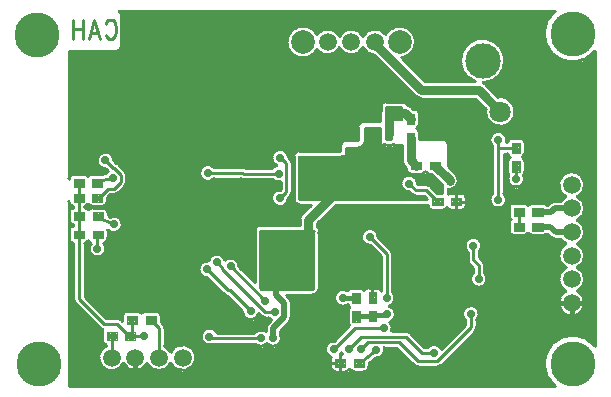
<source format=gbl>
*
*
G04 PADS 9.3.1 Build Number: 456998 generated Gerber (RS-274-X) file*
G04 PC Version=2.1*
*
%IN "air_ssi_rev2_1.pcb"*%
*
%MOIN*%
*
%FSLAX35Y35*%
*
*
*
*
G04 PC Standard Apertures*
*
*
G04 Thermal Relief Aperture macro.*
%AMTER*
1,1,$1,0,0*
1,0,$1-$2,0,0*
21,0,$3,$4,0,0,45*
21,0,$3,$4,0,0,135*
%
*
*
G04 Annular Aperture macro.*
%AMANN*
1,1,$1,0,0*
1,0,$2,0,0*
%
*
*
G04 Odd Aperture macro.*
%AMODD*
1,1,$1,0,0*
1,0,$1-0.005,0,0*
%
*
*
G04 PC Custom Aperture Macros*
*
*
*
*
*
*
G04 PC Aperture Table*
*
%ADD010C,0.001*%
%ADD013C,0.004*%
%ADD014C,0.006*%
%ADD015C,0.05906*%
%ADD016C,0.07874*%
%ADD017C,0.07087*%
%ADD018C,0.11811*%
%ADD019C,0.01*%
%ADD024C,0.016*%
%ADD025C,0.02*%
%ADD026C,0.03*%
%ADD028C,0.028*%
%ADD029C,0.015*%
%ADD030C,0.01181*%
%ADD031C,0.15*%
*
*
*
*
G04 PC Circuitry*
G04 Layer Name air_ssi_rev2_1.pcb - circuitry*
%LPD*%
*
*
G04 PC Custom Flashes*
G04 Layer Name air_ssi_rev2_1.pcb - flashes*
%LPD*%
*
*
G04 PC Circuitry*
G04 Layer Name air_ssi_rev2_1.pcb - circuitry*
%LPD*%
*
G54D10*
G54D13*
G01X220000Y127500D02*
X222600D01*
Y124100*
X220000*
Y127500*
Y124400D02*
X222600D01*
X220000Y124800D02*
X222600D01*
X220000Y125200D02*
X222600D01*
X220000Y125600D02*
X222600D01*
X220000Y126000D02*
X222600D01*
X220000Y126400D02*
X222600D01*
X220000Y126800D02*
X222600D01*
X220000Y127200D02*
X222600D01*
X220000Y124100D02*
Y127500D01*
X220400Y124100D02*
Y127500D01*
X220800Y124100D02*
Y127500D01*
X221200Y124100D02*
Y127500D01*
X221600Y124100D02*
Y127500D01*
X222000Y124100D02*
Y127500D01*
X222400Y124100D02*
Y127500D01*
X220000Y133700D02*
X222600D01*
Y130300*
X220000*
Y133700*
Y130400D02*
X222600D01*
X220000Y130800D02*
X222600D01*
X220000Y131200D02*
X222600D01*
X220000Y131600D02*
X222600D01*
X220000Y132000D02*
X222600D01*
X220000Y132400D02*
X222600D01*
X220000Y132800D02*
X222600D01*
X220000Y133200D02*
X222600D01*
X220000Y133600D02*
X222600D01*
X220000Y130300D02*
Y133700D01*
X220400Y130300D02*
Y133700D01*
X220800Y130300D02*
Y133700D01*
X221200Y130300D02*
Y133700D01*
X221600Y130300D02*
Y133700D01*
X222000Y130300D02*
Y133700D01*
X222400Y130300D02*
Y133700D01*
X138900Y117900D02*
Y120500D01*
X142300*
Y117900*
X138900*
Y118000D02*
X142300D01*
X138900Y118400D02*
X142300D01*
X138900Y118800D02*
X142300D01*
X138900Y119200D02*
X142300D01*
X138900Y119600D02*
X142300D01*
X138900Y120000D02*
X142300D01*
X138900Y120400D02*
X142300D01*
X139200Y117900D02*
Y120500D01*
X139600Y117900D02*
Y120500D01*
X140000Y117900D02*
Y120500D01*
X140400Y117900D02*
Y120500D01*
X140800Y117900D02*
Y120500D01*
X141200Y117900D02*
Y120500D01*
X141600Y117900D02*
Y120500D01*
X142000Y117900D02*
Y120500D01*
X132700Y117900D02*
Y120500D01*
X136100*
Y117900*
X132700*
Y118000D02*
X136100D01*
X132700Y118400D02*
X136100D01*
X132700Y118800D02*
X136100D01*
X132700Y119200D02*
X136100D01*
X132700Y119600D02*
X136100D01*
X132700Y120000D02*
X136100D01*
X132700Y120400D02*
X136100D01*
X132800Y117900D02*
Y120500D01*
X133200Y117900D02*
Y120500D01*
X133600Y117900D02*
Y120500D01*
X134000Y117900D02*
Y120500D01*
X134400Y117900D02*
Y120500D01*
X134800Y117900D02*
Y120500D01*
X135200Y117900D02*
Y120500D01*
X135600Y117900D02*
Y120500D01*
X136000Y117900D02*
Y120500D01*
X267900Y177400D02*
X270500D01*
Y174000*
X267900*
Y177400*
Y174000D02*
X270500D01*
X267900Y174400D02*
X270500D01*
X267900Y174800D02*
X270500D01*
X267900Y175200D02*
X270500D01*
X267900Y175600D02*
X270500D01*
X267900Y176000D02*
X270500D01*
X267900Y176400D02*
X270500D01*
X267900Y176800D02*
X270500D01*
X267900Y177200D02*
X270500D01*
X268000Y174000D02*
Y177400D01*
X268400Y174000D02*
Y177400D01*
X268800Y174000D02*
Y177400D01*
X269200Y174000D02*
Y177400D01*
X269600Y174000D02*
Y177400D01*
X270000Y174000D02*
Y177400D01*
X270400Y174000D02*
Y177400D01*
X267900Y183600D02*
X270500D01*
Y180200*
X267900*
Y183600*
Y180400D02*
X270500D01*
X267900Y180800D02*
X270500D01*
X267900Y181200D02*
X270500D01*
X267900Y181600D02*
X270500D01*
X267900Y182000D02*
X270500D01*
X267900Y182400D02*
X270500D01*
X267900Y182800D02*
X270500D01*
X267900Y183200D02*
X270500D01*
X267900Y183600D02*
X270500D01*
X268000Y180200D02*
Y183600D01*
X268400Y180200D02*
Y183600D01*
X268800Y180200D02*
Y183600D01*
X269200Y180200D02*
Y183600D01*
X269600Y180200D02*
Y183600D01*
X270000Y180200D02*
Y183600D01*
X270400Y180200D02*
Y183600D01*
X244700Y165300D02*
Y162700D01*
X241300*
Y165300*
X244700*
X241300Y162800D02*
X244700D01*
X241300Y163200D02*
X244700D01*
X241300Y163600D02*
X244700D01*
X241300Y164000D02*
X244700D01*
X241300Y164400D02*
X244700D01*
X241300Y164800D02*
X244700D01*
X241300Y165200D02*
X244700D01*
X241600Y162700D02*
Y165300D01*
X242000Y162700D02*
Y165300D01*
X242400Y162700D02*
Y165300D01*
X242800Y162700D02*
Y165300D01*
X243200Y162700D02*
Y165300D01*
X243600Y162700D02*
Y165300D01*
X244000Y162700D02*
Y165300D01*
X244400Y162700D02*
Y165300D01*
X250900D02*
Y162700D01*
X247500*
Y165300*
X250900*
X247500Y162800D02*
X250900D01*
X247500Y163200D02*
X250900D01*
X247500Y163600D02*
X250900D01*
X247500Y164000D02*
X250900D01*
X247500Y164400D02*
X250900D01*
X247500Y164800D02*
X250900D01*
X247500Y165200D02*
X250900D01*
X247600Y162700D02*
Y165300D01*
X248000Y162700D02*
Y165300D01*
X248400Y162700D02*
Y165300D01*
X248800Y162700D02*
Y165300D01*
X249200Y162700D02*
Y165300D01*
X249600Y162700D02*
Y165300D01*
X250000Y162700D02*
Y165300D01*
X250400Y162700D02*
Y165300D01*
X250800Y162700D02*
Y165300D01*
X240400Y174700D02*
Y177300D01*
X243800*
Y174700*
X240400*
Y174800D02*
X243800D01*
X240400Y175200D02*
X243800D01*
X240400Y175600D02*
X243800D01*
X240400Y176000D02*
X243800D01*
X240400Y176400D02*
X243800D01*
X240400Y176800D02*
X243800D01*
X240400Y177200D02*
X243800D01*
X240400Y174700D02*
Y177300D01*
X240800Y174700D02*
Y177300D01*
X241200Y174700D02*
Y177300D01*
X241600Y174700D02*
Y177300D01*
X242000Y174700D02*
Y177300D01*
X242400Y174700D02*
Y177300D01*
X242800Y174700D02*
Y177300D01*
X243200Y174700D02*
Y177300D01*
X243600Y174700D02*
Y177300D01*
X234200Y174700D02*
Y177300D01*
X237600*
Y174700*
X234200*
Y174800D02*
X237600D01*
X234200Y175200D02*
X237600D01*
X234200Y175600D02*
X237600D01*
X234200Y176000D02*
X237600D01*
X234200Y176400D02*
X237600D01*
X234200Y176800D02*
X237600D01*
X234200Y177200D02*
X237600D01*
X234400Y174700D02*
Y177300D01*
X234800Y174700D02*
Y177300D01*
X235200Y174700D02*
Y177300D01*
X235600Y174700D02*
Y177300D01*
X236000Y174700D02*
Y177300D01*
X236400Y174700D02*
Y177300D01*
X236800Y174700D02*
Y177300D01*
X237200Y174700D02*
Y177300D01*
X237600Y174700D02*
Y177300D01*
X232700Y187000D02*
X235300D01*
Y183600*
X232700*
Y187000*
Y183600D02*
X235300D01*
X232700Y184000D02*
X235300D01*
X232700Y184400D02*
X235300D01*
X232700Y184800D02*
X235300D01*
X232700Y185200D02*
X235300D01*
X232700Y185600D02*
X235300D01*
X232700Y186000D02*
X235300D01*
X232700Y186400D02*
X235300D01*
X232700Y186800D02*
X235300D01*
X232800Y183600D02*
Y187000D01*
X233200Y183600D02*
Y187000D01*
X233600Y183600D02*
Y187000D01*
X234000Y183600D02*
Y187000D01*
X234400Y183600D02*
Y187000D01*
X234800Y183600D02*
Y187000D01*
X235200Y183600D02*
Y187000D01*
X232700Y193200D02*
X235300D01*
Y189800*
X232700*
Y193200*
Y190000D02*
X235300D01*
X232700Y190400D02*
X235300D01*
X232700Y190800D02*
X235300D01*
X232700Y191200D02*
X235300D01*
X232700Y191600D02*
X235300D01*
X232700Y192000D02*
X235300D01*
X232700Y192400D02*
X235300D01*
X232700Y192800D02*
X235300D01*
X232700Y193200D02*
X235300D01*
X232800Y189800D02*
Y193200D01*
X233200Y189800D02*
Y193200D01*
X233600Y189800D02*
Y193200D01*
X234000Y189800D02*
Y193200D01*
X234400Y189800D02*
Y193200D01*
X234800Y189800D02*
Y193200D01*
X235200Y189800D02*
Y193200D01*
X274600Y159300D02*
Y161900D01*
X278000*
Y159300*
X274600*
Y159600D02*
X278000D01*
X274600Y160000D02*
X278000D01*
X274600Y160400D02*
X278000D01*
X274600Y160800D02*
X278000D01*
X274600Y161200D02*
X278000D01*
X274600Y161600D02*
X278000D01*
X274800Y159300D02*
Y161900D01*
X275200Y159300D02*
Y161900D01*
X275600Y159300D02*
Y161900D01*
X276000Y159300D02*
Y161900D01*
X276400Y159300D02*
Y161900D01*
X276800Y159300D02*
Y161900D01*
X277200Y159300D02*
Y161900D01*
X277600Y159300D02*
Y161900D01*
X278000Y159300D02*
Y161900D01*
X268400Y159300D02*
Y161900D01*
X271800*
Y159300*
X268400*
Y159600D02*
X271800D01*
X268400Y160000D02*
X271800D01*
X268400Y160400D02*
X271800D01*
X268400Y160800D02*
X271800D01*
X268400Y161200D02*
X271800D01*
X268400Y161600D02*
X271800D01*
X268400Y159300D02*
Y161900D01*
X268800Y159300D02*
Y161900D01*
X269200Y159300D02*
Y161900D01*
X269600Y159300D02*
Y161900D01*
X270000Y159300D02*
Y161900D01*
X270400Y159300D02*
Y161900D01*
X270800Y159300D02*
Y161900D01*
X271200Y159300D02*
Y161900D01*
X271600Y159300D02*
Y161900D01*
X271800Y156900D02*
Y154300D01*
X268400*
Y156900*
X271800*
X268400Y154400D02*
X271800D01*
X268400Y154800D02*
X271800D01*
X268400Y155200D02*
X271800D01*
X268400Y155600D02*
X271800D01*
X268400Y156000D02*
X271800D01*
X268400Y156400D02*
X271800D01*
X268400Y156800D02*
X271800D01*
X268400Y154300D02*
Y156900D01*
X268800Y154300D02*
Y156900D01*
X269200Y154300D02*
Y156900D01*
X269600Y154300D02*
Y156900D01*
X270000Y154300D02*
Y156900D01*
X270400Y154300D02*
Y156900D01*
X270800Y154300D02*
Y156900D01*
X271200Y154300D02*
Y156900D01*
X271600Y154300D02*
Y156900D01*
X278000D02*
Y154300D01*
X274600*
Y156900*
X278000*
X274600Y154400D02*
X278000D01*
X274600Y154800D02*
X278000D01*
X274600Y155200D02*
X278000D01*
X274600Y155600D02*
X278000D01*
X274600Y156000D02*
X278000D01*
X274600Y156400D02*
X278000D01*
X274600Y156800D02*
X278000D01*
X274800Y154300D02*
Y156900D01*
X275200Y154300D02*
Y156900D01*
X275600Y154300D02*
Y156900D01*
X276000Y154300D02*
Y156900D01*
X276400Y154300D02*
Y156900D01*
X276800Y154300D02*
Y156900D01*
X277200Y154300D02*
Y156900D01*
X277600Y154300D02*
Y156900D01*
X278000Y154300D02*
Y156900D01*
X217200Y130200D02*
X214600D01*
Y133600*
X217200*
Y130200*
X214600Y130400D02*
X217200D01*
X214600Y130800D02*
X217200D01*
X214600Y131200D02*
X217200D01*
X214600Y131600D02*
X217200D01*
X214600Y132000D02*
X217200D01*
X214600Y132400D02*
X217200D01*
X214600Y132800D02*
X217200D01*
X214600Y133200D02*
X217200D01*
X214600Y133600D02*
X217200D01*
X214800Y130200D02*
Y133600D01*
X215200Y130200D02*
Y133600D01*
X215600Y130200D02*
Y133600D01*
X216000Y130200D02*
Y133600D01*
X216400Y130200D02*
Y133600D01*
X216800Y130200D02*
Y133600D01*
X217200Y130200D02*
Y133600D01*
Y124000D02*
X214600D01*
Y127400*
X217200*
Y124000*
X214600D02*
X217200D01*
X214600Y124400D02*
X217200D01*
X214600Y124800D02*
X217200D01*
X214600Y125200D02*
X217200D01*
X214600Y125600D02*
X217200D01*
X214600Y126000D02*
X217200D01*
X214600Y126400D02*
X217200D01*
X214600Y126800D02*
X217200D01*
X214600Y127200D02*
X217200D01*
X214800Y124000D02*
Y127400D01*
X215200Y124000D02*
Y127400D01*
X215600Y124000D02*
Y127400D01*
X216000Y124000D02*
Y127400D01*
X216400Y124000D02*
Y127400D01*
X216800Y124000D02*
Y127400D01*
X217200Y124000D02*
Y127400D01*
X125200Y160400D02*
Y157800D01*
X121800*
Y160400*
X125200*
X121800Y158000D02*
X125200D01*
X121800Y158400D02*
X125200D01*
X121800Y158800D02*
X125200D01*
X121800Y159200D02*
X125200D01*
X121800Y159600D02*
X125200D01*
X121800Y160000D02*
X125200D01*
X121800Y160400D02*
X125200D01*
X122000Y157800D02*
Y160400D01*
X122400Y157800D02*
Y160400D01*
X122800Y157800D02*
Y160400D01*
X123200Y157800D02*
Y160400D01*
X123600Y157800D02*
Y160400D01*
X124000Y157800D02*
Y160400D01*
X124400Y157800D02*
Y160400D01*
X124800Y157800D02*
Y160400D01*
X125200Y157800D02*
Y160400D01*
X131400D02*
Y157800D01*
X128000*
Y160400*
X131400*
X128000Y158000D02*
X131400D01*
X128000Y158400D02*
X131400D01*
X128000Y158800D02*
X131400D01*
X128000Y159200D02*
X131400D01*
X128000Y159600D02*
X131400D01*
X128000Y160000D02*
X131400D01*
X128000Y160400D02*
X131400D01*
X128000Y157800D02*
Y160400D01*
X128400Y157800D02*
Y160400D01*
X128800Y157800D02*
Y160400D01*
X129200Y157800D02*
Y160400D01*
X129600Y157800D02*
Y160400D01*
X130000Y157800D02*
Y160400D01*
X130400Y157800D02*
Y160400D01*
X130800Y157800D02*
Y160400D01*
X131200Y157800D02*
Y160400D01*
X125200Y154300D02*
Y151700D01*
X121800*
Y154300*
X125200*
X121800Y152000D02*
X125200D01*
X121800Y152400D02*
X125200D01*
X121800Y152800D02*
X125200D01*
X121800Y153200D02*
X125200D01*
X121800Y153600D02*
X125200D01*
X121800Y154000D02*
X125200D01*
X122000Y151700D02*
Y154300D01*
X122400Y151700D02*
Y154300D01*
X122800Y151700D02*
Y154300D01*
X123200Y151700D02*
Y154300D01*
X123600Y151700D02*
Y154300D01*
X124000Y151700D02*
Y154300D01*
X124400Y151700D02*
Y154300D01*
X124800Y151700D02*
Y154300D01*
X125200Y151700D02*
Y154300D01*
X131400D02*
Y151700D01*
X128000*
Y154300*
X131400*
X128000Y152000D02*
X131400D01*
X128000Y152400D02*
X131400D01*
X128000Y152800D02*
X131400D01*
X128000Y153200D02*
X131400D01*
X128000Y153600D02*
X131400D01*
X128000Y154000D02*
X131400D01*
X128000Y151700D02*
Y154300D01*
X128400Y151700D02*
Y154300D01*
X128800Y151700D02*
Y154300D01*
X129200Y151700D02*
Y154300D01*
X129600Y151700D02*
Y154300D01*
X130000Y151700D02*
Y154300D01*
X130400Y151700D02*
Y154300D01*
X130800Y151700D02*
Y154300D01*
X131200Y151700D02*
Y154300D01*
X125100Y166600D02*
Y164000D01*
X121700*
Y166600*
X125100*
X121700Y164000D02*
X125100D01*
X121700Y164400D02*
X125100D01*
X121700Y164800D02*
X125100D01*
X121700Y165200D02*
X125100D01*
X121700Y165600D02*
X125100D01*
X121700Y166000D02*
X125100D01*
X121700Y166400D02*
X125100D01*
X122000Y164000D02*
Y166600D01*
X122400Y164000D02*
Y166600D01*
X122800Y164000D02*
Y166600D01*
X123200Y164000D02*
Y166600D01*
X123600Y164000D02*
Y166600D01*
X124000Y164000D02*
Y166600D01*
X124400Y164000D02*
Y166600D01*
X124800Y164000D02*
Y166600D01*
X131300D02*
Y164000D01*
X127900*
Y166600*
X131300*
X127900Y164000D02*
X131300D01*
X127900Y164400D02*
X131300D01*
X127900Y164800D02*
X131300D01*
X127900Y165200D02*
X131300D01*
X127900Y165600D02*
X131300D01*
X127900Y166000D02*
X131300D01*
X127900Y166400D02*
X131300D01*
X128000Y164000D02*
Y166600D01*
X128400Y164000D02*
Y166600D01*
X128800Y164000D02*
Y166600D01*
X129200Y164000D02*
Y166600D01*
X129600Y164000D02*
Y166600D01*
X130000Y164000D02*
Y166600D01*
X130400Y164000D02*
Y166600D01*
X130800Y164000D02*
Y166600D01*
X131200Y164000D02*
Y166600D01*
X125100Y171600D02*
Y169000D01*
X121700*
Y171600*
X125100*
X121700Y169200D02*
X125100D01*
X121700Y169600D02*
X125100D01*
X121700Y170000D02*
X125100D01*
X121700Y170400D02*
X125100D01*
X121700Y170800D02*
X125100D01*
X121700Y171200D02*
X125100D01*
X121700Y171600D02*
X125100D01*
X122000Y169000D02*
Y171600D01*
X122400Y169000D02*
Y171600D01*
X122800Y169000D02*
Y171600D01*
X123200Y169000D02*
Y171600D01*
X123600Y169000D02*
Y171600D01*
X124000Y169000D02*
Y171600D01*
X124400Y169000D02*
Y171600D01*
X124800Y169000D02*
Y171600D01*
X131300D02*
Y169000D01*
X127900*
Y171600*
X131300*
X127900Y169200D02*
X131300D01*
X127900Y169600D02*
X131300D01*
X127900Y170000D02*
X131300D01*
X127900Y170400D02*
X131300D01*
X127900Y170800D02*
X131300D01*
X127900Y171200D02*
X131300D01*
X127900Y171600D02*
X131300D01*
X128000Y169000D02*
Y171600D01*
X128400Y169000D02*
Y171600D01*
X128800Y169000D02*
Y171600D01*
X129200Y169000D02*
Y171600D01*
X129600Y169000D02*
Y171600D01*
X130000Y169000D02*
Y171600D01*
X130400Y169000D02*
Y171600D01*
X130800Y169000D02*
Y171600D01*
X131200Y169000D02*
Y171600D01*
X215100Y108900D02*
Y111500D01*
X218500*
Y108900*
X215100*
Y109200D02*
X218500D01*
X215100Y109600D02*
X218500D01*
X215100Y110000D02*
X218500D01*
X215100Y110400D02*
X218500D01*
X215100Y110800D02*
X218500D01*
X215100Y111200D02*
X218500D01*
X215200Y108900D02*
Y111500D01*
X215600Y108900D02*
Y111500D01*
X216000Y108900D02*
Y111500D01*
X216400Y108900D02*
Y111500D01*
X216800Y108900D02*
Y111500D01*
X217200Y108900D02*
Y111500D01*
X217600Y108900D02*
Y111500D01*
X218000Y108900D02*
Y111500D01*
X218400Y108900D02*
Y111500D01*
X208900Y108900D02*
Y111500D01*
X212300*
Y108900*
X208900*
Y109200D02*
X212300D01*
X208900Y109600D02*
X212300D01*
X208900Y110000D02*
X212300D01*
X208900Y110400D02*
X212300D01*
X208900Y110800D02*
X212300D01*
X208900Y111200D02*
X212300D01*
X209200Y108900D02*
Y111500D01*
X209600Y108900D02*
Y111500D01*
X210000Y108900D02*
Y111500D01*
X210400Y108900D02*
Y111500D01*
X210800Y108900D02*
Y111500D01*
X211200Y108900D02*
Y111500D01*
X211600Y108900D02*
Y111500D01*
X212000Y108900D02*
Y111500D01*
X142900Y125900D02*
Y123300D01*
X139500*
Y125900*
X142900*
X139500Y123600D02*
X142900D01*
X139500Y124000D02*
X142900D01*
X139500Y124400D02*
X142900D01*
X139500Y124800D02*
X142900D01*
X139500Y125200D02*
X142900D01*
X139500Y125600D02*
X142900D01*
X139600Y123300D02*
Y125900D01*
X140000Y123300D02*
Y125900D01*
X140400Y123300D02*
Y125900D01*
X140800Y123300D02*
Y125900D01*
X141200Y123300D02*
Y125900D01*
X141600Y123300D02*
Y125900D01*
X142000Y123300D02*
Y125900D01*
X142400Y123300D02*
Y125900D01*
X142800Y123300D02*
Y125900D01*
X149100D02*
Y123300D01*
X145700*
Y125900*
X149100*
X145700Y123600D02*
X149100D01*
X145700Y124000D02*
X149100D01*
X145700Y124400D02*
X149100D01*
X145700Y124800D02*
X149100D01*
X145700Y125200D02*
X149100D01*
X145700Y125600D02*
X149100D01*
X146000Y123300D02*
Y125900D01*
X146400Y123300D02*
Y125900D01*
X146800Y123300D02*
Y125900D01*
X147200Y123300D02*
Y125900D01*
X147600Y123300D02*
Y125900D01*
X148000Y123300D02*
Y125900D01*
X148400Y123300D02*
Y125900D01*
X148800Y123300D02*
Y125900D01*
G54D14*
X204800Y178200D02*
X209200D01*
Y172800*
X204800*
Y178200*
Y173200D02*
X209200D01*
X204800Y173800D02*
X209200D01*
X204800Y174400D02*
X209200D01*
X204800Y175000D02*
X209200D01*
X204800Y175600D02*
X209200D01*
X204800Y176200D02*
X209200D01*
X204800Y176800D02*
X209200D01*
X204800Y177400D02*
X209200D01*
X204800Y178000D02*
X209200D01*
X205000Y172800D02*
Y178200D01*
X205600Y172800D02*
Y178200D01*
X206200Y172800D02*
Y178200D01*
X206800Y172800D02*
Y178200D01*
X207400Y172800D02*
Y178200D01*
X208000Y172800D02*
Y178200D01*
X208600Y172800D02*
Y178200D01*
X209200Y172800D02*
Y178200D01*
X204800Y187200D02*
X209200D01*
Y181800*
X204800*
Y187200*
Y182200D02*
X209200D01*
X204800Y182800D02*
X209200D01*
X204800Y183400D02*
X209200D01*
X204800Y184000D02*
X209200D01*
X204800Y184600D02*
X209200D01*
X204800Y185200D02*
X209200D01*
X204800Y185800D02*
X209200D01*
X204800Y186400D02*
X209200D01*
X204800Y187000D02*
X209200D01*
X205000Y181800D02*
Y187200D01*
X205600Y181800D02*
Y187200D01*
X206200Y181800D02*
Y187200D01*
X206800Y181800D02*
Y187200D01*
X207400Y181800D02*
Y187200D01*
X208000Y181800D02*
Y187200D01*
X208600Y181800D02*
Y187200D01*
X209200Y181800D02*
Y187200D01*
X225800Y191200D02*
Y195600D01*
X231200*
Y191200*
X225800*
X231200*
X225800Y191800D02*
X231200D01*
X225800Y192400D02*
X231200D01*
X225800Y193000D02*
X231200D01*
X225800Y193600D02*
X231200D01*
X225800Y194200D02*
X231200D01*
X225800Y194800D02*
X231200D01*
X225800Y195400D02*
X231200D01*
X226000Y191200D02*
Y195600D01*
X226600Y191200D02*
Y195600D01*
X227200Y191200D02*
Y195600D01*
X227800Y191200D02*
Y195600D01*
X228400Y191200D02*
Y195600D01*
X229000Y191200D02*
Y195600D01*
X229600Y191200D02*
Y195600D01*
X230200Y191200D02*
Y195600D01*
X230800Y191200D02*
Y195600D01*
X216800Y191200D02*
Y195600D01*
X222200*
Y191200*
X216800*
X222200*
X216800Y191800D02*
X222200D01*
X216800Y192400D02*
X222200D01*
X216800Y193000D02*
X222200D01*
X216800Y193600D02*
X222200D01*
X216800Y194200D02*
X222200D01*
X216800Y194800D02*
X222200D01*
X216800Y195400D02*
X222200D01*
X217000Y191200D02*
Y195600D01*
X217600Y191200D02*
Y195600D01*
X218200Y191200D02*
Y195600D01*
X218800Y191200D02*
Y195600D01*
X219400Y191200D02*
Y195600D01*
X220000Y191200D02*
Y195600D01*
X220600Y191200D02*
Y195600D01*
X221200Y191200D02*
Y195600D01*
X221800Y191200D02*
Y195600D01*
G54D15*
X222100Y217200D03*
X214226D03*
X206352D03*
X158000Y112000D03*
X150126D03*
X142252D03*
X134378D03*
X287700Y169570D03*
Y161696D03*
Y153822D03*
Y145948D03*
Y138074D03*
Y130200D03*
G54D16*
X198084Y217200D03*
X230368D03*
G54D17*
X252094Y193992D03*
X263906D03*
G54D18*
X258000Y211000D03*
G54D19*
X221783Y178002D02*
X220028D01*
Y185900*
X221783*
Y178002*
X220500D02*
Y185900D01*
X221000Y178002D02*
Y185900D01*
X221500Y178002D02*
Y185900D01*
X224343Y171253D02*
X223848Y170758D01*
X217963*
X217469Y171253*
Y180091*
X217963Y180585*
X223848*
X224343Y180091*
Y171253*
X217500Y171221D02*
Y180122D01*
X218000Y170758D02*
Y180585D01*
X218500Y170758D02*
Y180585D01*
X219000Y170758D02*
Y180585D01*
X219500Y170758D02*
Y180585D01*
X220000Y170758D02*
Y180585D01*
X220500Y170758D02*
Y180585D01*
X221000Y170758D02*
Y180585D01*
X221500Y170758D02*
Y180585D01*
X222000Y170758D02*
Y180585D01*
X222500Y170758D02*
Y180585D01*
X223000Y170758D02*
Y180585D01*
X223500Y170758D02*
Y180585D01*
X224000Y170910D02*
Y180433D01*
X132391Y223100D02*
X132618Y223725D01*
X133073Y224350*
X133527Y224663*
X133527D02*
X134436D01*
X134436D02*
X134891Y224350D01*
X135345Y223725*
X135573Y223100*
X135800Y222163*
X135800D02*
Y220600D01*
X135573Y219663*
X135573D02*
X135345Y219038D01*
X135345D02*
X134891Y218413D01*
X134891D02*
X134436Y218100D01*
X133527*
X133073Y218413*
X133073D02*
X132618Y219038D01*
X132618D02*
X132391Y219663D01*
X128527Y224663D02*
X130345Y218100D01*
X128527Y224663D02*
X126709Y218100D01*
X129664Y220288D02*
X127391D01*
X124664Y224663D02*
Y218100D01*
X121482Y224663D02*
Y218100D01*
X124664Y221538D02*
X121482D01*
X134378Y112000D02*
Y119200D01*
X134400*
X150126Y112000D02*
Y121874D01*
X147400Y124600*
X184000Y118400D02*
X184100Y118500D01*
X183600Y119000*
X184000Y118400D02*
X167500D01*
X166900Y119000*
X208400Y114800D02*
X215400Y121800D01*
X225100*
X217400Y114800D02*
X219800Y117200D01*
X230100*
X213400Y114900D02*
X217400Y118900D01*
X232402*
X216800Y110200D02*
X216935D01*
X222500Y114600*
X241900Y113500D02*
X237802D01*
X232402Y118900*
X242977Y110900D02*
X254100Y122023D01*
Y126600*
X242977Y110900D02*
X236400D01*
X230100Y117200*
X141200Y119200D02*
Y124600D01*
X140600Y119200D02*
X140200D01*
X136100Y123300*
X131723*
X123500Y131523*
Y153000*
X140600Y119200D02*
X141200D01*
X145100Y119100D02*
Y119200D01*
X141200*
X180700Y127400D02*
X173700Y134400D01*
X173200*
X166200Y141400*
X188700Y127200D02*
X185523D01*
X171284Y141439*
Y141816*
X169400Y143700*
X185500Y130900D02*
X174000Y142400D01*
X226000Y131800D02*
Y146600D01*
X220400Y152200*
X256700Y138200D02*
Y142800D01*
X254900Y144600*
Y149300*
X129600Y148300D02*
Y153000D01*
X129700*
X123500D02*
Y159100D01*
X135100Y156400D02*
X131100Y158100D01*
X129700*
Y159100*
X270100Y155600D02*
Y160600D01*
X129600Y165300D02*
X130000D01*
X133000Y168300*
X135077*
X137400Y170623*
Y172777*
X123400Y165300D02*
Y170300D01*
X123500Y159100D02*
Y165300D01*
X123400*
X190400Y165100D02*
X192600Y167300D01*
Y176700*
X221200Y166000D02*
Y175000D01*
X220700Y175500*
X207000*
X243000Y164000D02*
X239200Y167800D01*
X235700*
X233500Y170000*
X263200Y164600D02*
Y181900D01*
X276300Y160496D02*
Y160600D01*
X129600Y170300D02*
Y171300D01*
X131000*
X134800Y171700*
X137400Y172777D02*
X135061Y175116D01*
X134884*
X132300Y177700*
X190500Y178600D02*
X190600Y178700D01*
X190000Y173300D02*
X178300D01*
X178100Y173500*
X166400*
X192600Y176700D02*
X190600Y178700D01*
X269200Y171600D02*
Y175700D01*
Y181900D02*
X263200D01*
Y184600*
X201500Y154093D02*
X201707Y154300D01*
X183900*
Y135187*
X184287Y134800*
X201500*
Y154093*
X223600Y190800D02*
Y195500D01*
X197500*
Y181000*
X210400*
Y183900*
X211114*
X212500Y184500D02*
G75*
G03X211114Y183900I0J-1900D01*
G01X212500Y184500D02*
X216400D01*
Y188900*
X216900Y190185D02*
G03X216400Y188900I1400J-1285D01*
G01X216900Y190185D02*
Y190300D01*
X217015*
X218300Y190800D02*
G03X217015Y190300I0J-1900D01*
G01X218300Y190800D02*
X223600D01*
X244600Y166900D02*
Y169372D01*
X244549Y169449D02*
G03X244600Y169372I2451J1551D01*
G01X244549Y169449D02*
X240899Y173100D01*
X240400*
X239000Y173925D02*
G03X240400Y173100I1400J775D01*
G01X237600D02*
G03X239000Y173925I0J1600D01*
G01X237600Y173100D02*
X234200D01*
X232600Y174700D02*
G03X234200Y173100I1600J0D01*
G01X232600Y174700D02*
Y175199D01*
X231949Y175849*
X231100Y177900D02*
G03X231949Y175849I2900J0D01*
G01X231100Y177900D02*
Y183000D01*
X228393*
X227598Y182835D02*
G03X228393Y183000I0J1990D01*
G01X227598Y182835D02*
X226024D01*
X225229Y183000D02*
G03X226024Y182835I795J1825D01*
G01X225229Y183000D02*
X223900D01*
Y188424*
X223600Y188400D02*
G03X223900Y188424I0J1900D01*
G01X223600Y188400D02*
X218800D01*
Y183900*
X218300Y182615D02*
G03X218800Y183900I-1400J1285D01*
G01X218300Y182615D02*
Y182600D01*
X218286*
X216900Y182000D02*
G03X218286Y182600I0J1900D01*
G01X216900Y182000D02*
X212500D01*
Y179100*
X211566*
X210400Y178700D02*
G03X211566Y179100I0J1900D01*
G01X210400Y178700D02*
X197500D01*
X196900Y178797D02*
G03X197500Y178700I600J1803D01*
G01X196900Y178797D02*
Y164900D01*
X239413*
X238413Y165900*
X235700*
X234356Y166456D02*
G03X235700Y165900I1344J1344D01*
G01X234356Y166456D02*
X233611Y167202D01*
X236298Y169889D02*
G03X233611Y167202I-2798J111D01*
G01X236298Y169889D02*
X236487Y169700D01*
X239200*
X240544Y169144D02*
G03X239200Y169700I-1344J-1344D01*
G01X240544Y169144D02*
X242787Y166900D01*
X244600*
X295500Y115831D02*
Y214169D01*
X282169Y227500D02*
G03X295500Y214169I5831J-7500D01*
G01X282169Y227500D02*
X136807D01*
X137500Y226412D02*
G03X136807Y227500I-1200J0D01*
G01X137500Y226412D02*
Y215412D01*
X136300Y214212D02*
G03X137500Y215412I0J1200D01*
G01X136300Y214212D02*
X120100D01*
Y171608*
X121700Y173200D02*
G03X120100Y171608I0J-1600D01*
G01X121700Y173200D02*
X125100D01*
X126500Y172375D02*
G03X125100Y173200I-1400J-775D01*
G01X127900D02*
G03X126500Y172375I0J-1600D01*
G01X127900Y173200D02*
X130900D01*
X132556Y173374*
X133269Y174044D02*
G03X132556Y173374I1531J-2344D01*
G01X133269Y174044D02*
X132411Y174902D01*
X135098Y177589D02*
G03X132411Y174902I-2798J111D01*
G01X135098Y177589D02*
X135836Y176851D01*
X136404Y176460D02*
G03X135836Y176851I-1343J-1344D01*
G01X136404Y176460D02*
X138744Y174120D01*
X139300Y172777D02*
G03X138744Y174120I-1900J-0D01*
G01X139300Y172777D02*
Y170623D01*
X138744Y169280D02*
G03X139300Y170623I-1344J1343D01*
G01X138744Y169280D02*
X136420Y166956D01*
X135077Y166400D02*
G03X136420Y166956I-0J1900D01*
G01X135077Y166400D02*
X133787D01*
X132900Y165513*
Y164000*
X131300Y162400D02*
G03X132900Y164000I0J1600D01*
G01X131300Y162400D02*
X127900D01*
X126500Y163225D02*
G03X127900Y162400I1400J775D01*
G01X125400Y162428D02*
G03X126500Y163225I-300J1572D01*
G01X125400Y162428D02*
Y161987D01*
X126600Y161175D02*
G03X125400Y161987I-1400J-775D01*
G01X128000Y162000D02*
G03X126600Y161175I0J-1600D01*
G01X128000Y162000D02*
X131400D01*
X133000Y160400D02*
G03X131400Y162000I-1600J0D01*
G01X133000Y160400D02*
Y159357D01*
X133950Y158953*
X132976Y154575D02*
G03X133950Y158953I2124J1825D01*
G01X133000Y154300D02*
G03X132976Y154575I-1600J0D01*
G01X133000Y154300D02*
Y151700D01*
X131718Y150132D02*
G03X133000Y151700I-318J1568D01*
G01X127519Y150174D02*
G03X131718Y150132I2081J-1874D01*
G01X126600Y150925D02*
G03X127519Y150174I1400J775D01*
G01X125400Y150113D02*
G03X126600Y150925I-200J1587D01*
G01X125400Y150113D02*
Y132310D01*
X132510Y125200*
X136100*
X137444Y124644D02*
G03X136100Y125200I-1344J-1344D01*
G01X137444Y124644D02*
X137900Y124187D01*
Y125900*
X139500Y127500D02*
G03X137900Y125900I0J-1600D01*
G01X139500Y127500D02*
X142900D01*
X144300Y126675D02*
G03X142900Y127500I-1400J-775D01*
G01X145700D02*
G03X144300Y126675I0J-1600D01*
G01X145700Y127500D02*
X149100D01*
X150700Y125900D02*
G03X149100Y127500I-1600J0D01*
G01X150700Y125900D02*
Y123987D01*
X151470Y123218*
X152026Y121874D02*
G03X151469Y123218I-1900J0D01*
G01X152026Y121874D02*
Y115916D01*
X154063Y113857D02*
G03X152026Y115916I-3937J-1857D01*
G01X154063Y110143D02*
G03Y113857I3937J1857D01*
G01X146189Y110143D02*
G03X154063I3937J1857D01*
G01X138315D02*
G03X146189I3937J1857D01*
G01X132478Y115916D02*
G03X138315Y110143I1900J-3916D01*
G01X132478Y115916D02*
Y116315D01*
X131100Y117900D02*
G03X132478Y116315I1600J0D01*
G01X131100Y117900D02*
Y120500D01*
X131397Y121428D02*
G03X131100Y120500I1303J-928D01*
G01X130380Y121956D02*
G03X131397Y121428I1343J1344D01*
G01X130380Y121956D02*
X122156Y130180D01*
X121600Y131523D02*
G03X122156Y130180I1900J0D01*
G01X121600Y131523D02*
Y150113D01*
X120200Y151700D02*
G03X121600Y150113I1600J0D01*
G01X120200Y151700D02*
Y154300D01*
X121600Y155887D02*
G03X120200Y154300I200J-1587D01*
G01X121600Y155887D02*
Y156213D01*
X120200Y157800D02*
G03X121600Y156213I1600J0D01*
G01X120200Y157800D02*
Y160400D01*
X121600Y161987D02*
G03X120200Y160400I200J-1587D01*
G01X121600Y161987D02*
Y162403D01*
X120100Y163992D02*
G03X121600Y162403I1600J8D01*
G01X120100Y163992D02*
Y102500D01*
X282169*
X295500Y115831D02*
G03X282169Y102500I-7500J-5831D01*
G01X210625Y113100D02*
X211255D01*
X210925Y113590D02*
G03X211255Y113100I2475J1310D01*
G01X210625D02*
G03X210925Y113590I-2225J1700D01*
G01X289557Y165633D02*
G03X285843I-1857J3937D01*
G01X289557Y157759D02*
G03Y165633I-1857J3937D01*
G01Y149885D02*
G03Y157759I-1857J3937D01*
G01Y142011D02*
G03Y149885I-1857J3937D01*
G01Y134137D02*
G03Y142011I-1857J3937D01*
G01X285843Y134137D02*
G03X289557I1857J-3937D01*
G01X285843Y142011D02*
G03Y134137I1857J-3937D01*
G01Y149885D02*
G03Y142011I1857J-3937D01*
G01X284069Y151422D02*
G03X285843Y149885I3631J2400D01*
G01X284069Y151422D02*
X282363D01*
X280666Y152125D02*
G03X282363Y151422I1697J1697D01*
G01X280666Y152125D02*
X279591Y153200D01*
X279162*
X278000Y152700D02*
G03X279162Y153200I0J1600D01*
G01X278000Y152700D02*
X276700D01*
X276300*
X274600*
X273200Y153525D02*
G03X274600Y152700I1400J775D01*
G01X271800D02*
G03X273200Y153525I0J1600D01*
G01X271800Y152700D02*
X268400D01*
X266800Y154300D02*
G03X268400Y152700I1600J0D01*
G01X266800Y154300D02*
Y156900D01*
X267342Y158100D02*
G03X266800Y156900I1058J-1200D01*
G01Y159300D02*
G03X267342Y158100I1600J0D01*
G01X266800Y159300D02*
Y161900D01*
X268400Y163500D02*
G03X266800Y161900I0J-1600D01*
G01X268400Y163500D02*
X271800D01*
X273200Y162675D02*
G03X271800Y163500I-1400J-775D01*
G01X274600D02*
G03X273200Y162675I0J-1600D01*
G01X274600Y163500D02*
X278000D01*
X279162Y163000D02*
G03X278000Y163500I-1162J-1100D01*
G01X279162Y163000D02*
X279906D01*
X280299Y163393*
X281996Y164096D02*
G03X280299Y163393I0J-2400D01*
G01X281996Y164096D02*
X284069D01*
X285843Y165633D02*
G03X284069Y164096I1857J-3937D01*
G01X272100Y183600D02*
Y180200D01*
X271275Y178800D02*
G03X272100Y180200I-775J1400D01*
G01Y177400D02*
G03X271275Y178800I-1600J0D01*
G01X272100Y177400D02*
Y174000D01*
X271673Y172912D02*
G03X272100Y174000I-1173J1088D01*
G01X266727Y172912D02*
G03X271673I2473J-1312D01*
G01X266300Y174000D02*
G03X266727Y172912I1600J0D01*
G01X266300Y174000D02*
Y177400D01*
X267125Y178800D02*
G03X266300Y177400I775J-1400D01*
G01X266313Y180000D02*
G03X267125Y178800I1587J200D01*
G01X266313Y180000D02*
X265100D01*
Y166657*
X261300D02*
G03X265100I1900J-2057D01*
G01X261300D02*
Y181900D01*
Y182543*
X265883Y183800D02*
G03X261300Y182543I-2683J800D01*
G01X265883Y183800D02*
X266313D01*
X267900Y185200D02*
G03X266313Y183800I0J-1600D01*
G01X267900Y185200D02*
X270500D01*
X272100Y183600D02*
G03X270500Y185200I-1600J0D01*
G01X256000Y124543D02*
G03X252200I-1900J2057D01*
G01X256000D02*
Y122023D01*
X255444Y120680D02*
G03X256000Y122023I-1344J1343D01*
G01X255444Y120680D02*
X244320Y109556D01*
X242977Y109000D02*
G03X244320Y109556I-0J1900D01*
G01X242977Y109000D02*
X236400D01*
X235056Y109556D02*
G03X236400Y109000I1344J1344D01*
G01X235056Y109556D02*
X229313Y115300D01*
X225211*
X222065Y111834D02*
G03X225211Y115300I435J2766D01*
G01X222065Y111834D02*
X220100Y110280D01*
Y108900*
X218500Y107300D02*
G03X220100Y108900I0J1600D01*
G01X218500Y107300D02*
X215100D01*
X213700Y108125D02*
G03X215100Y107300I1400J775D01*
G01X212300D02*
G03X213700Y108125I0J1600D01*
G01X212300Y107300D02*
X208900D01*
X207300Y108900D02*
G03X208900Y107300I1600J0D01*
G01X207300Y108900D02*
Y111500D01*
X207446Y112168D02*
G03X207300Y111500I1454J-668D01*
G01X208511Y117598D02*
G03X207446Y112168I-111J-2798D01*
G01X208511Y117598D02*
X213636Y122723D01*
X213000Y124000D02*
G03X213636Y122723I1600J0D01*
G01X213000Y124000D02*
Y127400D01*
X213825Y128800D02*
G03X213000Y127400I775J-1400D01*
G01X213091Y129668D02*
G03X213825Y128800I1509J532D01*
G01X213091Y134132D02*
G03Y129668I-1691J-2232D01*
G01X214600Y135200D02*
G03X213091Y134132I0J-1600D01*
G01X214600Y135200D02*
X217200D01*
X218572Y134423D02*
G03X217200Y135200I-1372J-823D01*
G01X220000Y135300D02*
G03X218572Y134423I0J-1600D01*
G01X220000Y135300D02*
X222600D01*
X224100Y134257D02*
G03X222600Y135300I-1500J-557D01*
G01X224100Y134257D02*
Y145813D01*
X220511Y149402*
X223198Y152089D02*
G03X220511Y149402I-2798J111D01*
G01X223198Y152089D02*
X227344Y147944D01*
X227900Y146600D02*
G03X227344Y147944I-1900J0D01*
G01X227900Y146600D02*
Y133857D01*
X226834Y129127D02*
G03X227900Y133857I-834J2673D01*
G01X227108Y123751D02*
G03X226834Y129127I-908J2649D01*
G01X227715Y120800D02*
G03X227108Y123751I-2615J1000D01*
G01X227715Y120800D02*
X232402D01*
X233746Y120244D02*
G03X232402Y120800I-1344J-1344D01*
G01X233746Y120244D02*
X238589Y115400D01*
X239843*
X244312Y114922D02*
G03X239843Y115400I-2412J-1422D01*
G01X244312Y114922D02*
X252200Y122810D01*
Y124543*
X254800Y140257D02*
G03X258600I1900J-2057D01*
G01X254800D02*
Y142013D01*
X253556Y143256*
X253000Y144600D02*
G03X253556Y143256I1900J0D01*
G01X253000Y144600D02*
Y147243D01*
X256800D02*
G03X253000I-1900J2057D01*
G01X256800D02*
Y145387D01*
X258044Y144144*
X258600Y142800D02*
G03X258044Y144144I-1900J0D01*
G01X258600Y142800D02*
Y140257D01*
X259024Y194772D02*
G03X263125Y198874I4882J-780D01*
G01X259024Y194772D02*
X255496Y198300D01*
X237646*
X235595Y199149D02*
G03X237646Y198300I2051J2051D01*
G01X235595Y199149D02*
X221892Y212852D01*
X218163Y215343D02*
G03X221892Y212852I3937J1857D01*
G01X210289Y215343D02*
G03X218163I3937J1857D01*
G01X202795Y214691D02*
G03X210289Y215343I3557J2509D01*
G01X202795Y219709D02*
G03Y214691I-4711J-2509D01*
G01X210289Y219057D02*
G03X202795Y219709I-3937J-1857D01*
G01X218163Y219057D02*
G03X210289I-3937J-1857D01*
G01X225657Y219709D02*
G03X218163Y219057I-3557J-2509D01*
G01X231041Y211906D02*
G03X225657Y219709I-673J5294D01*
G01X231041Y211906D02*
X238847Y204100D01*
X255452*
X258251Y203649D02*
G03X255452Y204100I-251J7351D01*
G01X258748Y203251D02*
G03X258251Y203649I-2050J-2051D01*
G01X258748Y203251D02*
X263125Y198874D01*
X252500Y165300D02*
Y162700D01*
X250900Y161100D02*
G03X252500Y162700I0J1600D01*
G01X250900Y161100D02*
X247500D01*
X246100Y161925D02*
G03X247500Y161100I1400J775D01*
G01X244700D02*
G03X246100Y161925I0J1600D01*
G01X244700Y161100D02*
X241300D01*
X239700Y162700D02*
G03X241300Y161100I1600J0D01*
G01X239700Y162700D02*
Y163000D01*
X209001*
X202800Y156799*
Y155854*
X203400Y153437D02*
G03X202800Y155854I-1693J863D01*
G01X203400Y153437D02*
Y134800D01*
X201500Y132900D02*
G03X203400Y134800I0J1900D01*
G01X201500Y132900D02*
X192594D01*
X193497Y131997*
X194200Y130300D02*
G03X193497Y131997I-2400J0D01*
G01X194200Y130300D02*
Y125500D01*
X193497Y123803D02*
G03X194200Y125500I-1697J1697D01*
G01X193497Y123803D02*
X190600Y120906D01*
Y119942*
X186150Y116593D02*
G03X190600Y119942I2050J1907D01*
G01X182140Y116500D02*
G03X186150Y116593I1960J2000D01*
G01X182140Y116500D02*
X168161D01*
X169380Y120300D02*
G03X168161Y116500I-2480J-1300D01*
G01X169380Y120300D02*
X181955D01*
X185800Y120725D02*
G03X181955Y120300I-1700J-2225D01*
G01X185800Y120725D02*
Y121900D01*
X186503Y123597D02*
G03X185800Y121900I1697J-1697D01*
G01X186503Y123597D02*
X187552Y124646D01*
X186643Y125300D02*
G03X187552Y124646I2057J1900D01*
G01X186643Y125300D02*
X185523D01*
X184180Y125856D02*
G03X185523Y125300I1343J1344D01*
G01X184180Y125856D02*
X183395Y126641D01*
X177902Y127511D02*
G03X183395Y126641I2798J-111D01*
G01X177902Y127511D02*
X172887Y132526D01*
X171856Y133056D02*
G03X172887Y132526I1344J1344D01*
G01X171856Y133056D02*
X166311Y138602D01*
X166639Y144165D02*
G03X166311Y138602I-439J-2765D01*
G01X172097Y144454D02*
G03X166639Y144165I-2697J-754D01*
G01X176798Y142289D02*
G03X172097Y144454I-2798J111D01*
G01X176798Y142289D02*
X182000Y137087D01*
Y154300*
X183900Y156200D02*
G03X182000Y154300I0J-1900D01*
G01X183900Y156200D02*
X197000D01*
Y158000*
X197849Y160051D02*
G03X197000Y158000I2051J-2051D01*
G01X197849Y160051D02*
X200799Y163000D01*
X196900*
X195000Y164900D02*
G03X196900Y163000I1900J0D01*
G01X195000Y164900D02*
Y179100D01*
X196900Y181000D02*
G03X195000Y179100I0J-1900D01*
G01X196900Y181000D02*
X210600D01*
Y182600*
X212500Y184500D02*
G03X210600Y182600I0J-1900D01*
G01X212500Y184500D02*
X216400D01*
Y188900*
X218300Y190800D02*
G03X216400Y188900I0J-1900D01*
G01X218300Y190800D02*
X223900D01*
X223911D02*
G03X223900I-11J-1900D01*
G01X223911D02*
Y193111D01*
X224100Y194141D02*
G03X223911Y193111I2711J-1030D01*
G01X224100Y194141D02*
Y195600D01*
X225800Y197300D02*
G03X224100Y195600I0J-1700D01*
G01X225800Y197300D02*
X231200D01*
X232784Y196218D02*
G03X231200Y197300I-1584J-618D01*
G01X234151Y195451D02*
G03X232784Y196218I-2051J-2051D01*
G01X234151Y195451D02*
X234801Y194800D01*
X235300*
X236900Y193200D02*
G03X235300Y194800I-1600J0D01*
G01X236900Y193200D02*
Y189800D01*
X236075Y188400D02*
G03X236900Y189800I-775J1400D01*
G01Y187000D02*
G03X236075Y188400I-1600J0D01*
G01X236900Y187000D02*
Y185300D01*
Y184900*
X244600*
X246500Y183000D02*
G03X244600Y184900I-1900J0D01*
G01X246500Y183000D02*
Y175701D01*
X249051Y173151*
X249900Y171100D02*
G03X249051Y173151I-2900J0D01*
G01X249900Y171100D02*
Y171000D01*
X246500Y168143D02*
G03X249900Y171000I500J2857D01*
G01X246500Y168143D02*
Y166549D01*
X247500Y166900D02*
G03X246500Y166549I0J-1600D01*
G01X247500Y166900D02*
X250900D01*
X252500Y165300D02*
G03X250900Y166900I-1600J0D01*
G01X194500Y176700D02*
Y167300D01*
X193944Y165956D02*
G03X194500Y167300I-1344J1344D01*
G01X193944Y165956D02*
X193198Y165211D01*
X190511Y167898D02*
G03X193198Y165211I-111J-2798D01*
G01X190511Y167898D02*
X190700Y168087D01*
Y170589*
X187943Y171400D02*
G03X190700Y170589I2057J1900D01*
G01X187943Y171400D02*
X178300D01*
X177451Y171600D02*
G03X178300Y171400I849J1700D01*
G01X177451Y171600D02*
X168457D01*
Y175400D02*
G03Y171600I-2057J-1900D01*
G01Y175400D02*
X178100D01*
X178949Y175200D02*
G03X178100Y175400I-849J-1700D01*
G01X178949Y175200D02*
X187943D01*
X189385Y176032D02*
G03X187943Y175200I615J-2732D01*
G01X193299Y178688D02*
G03X189385Y176032I-2799J-88D01*
G01X193299Y178688D02*
X193944Y178044D01*
X194500Y176700D02*
G03X193944Y178044I-1900J0D01*
G01X183900Y153699D02*
X201500D01*
X183900Y152799D02*
X201500D01*
X183900Y151899D02*
X201500D01*
X183900Y150999D02*
X201500D01*
X183900Y150099D02*
X201500D01*
X183900Y149199D02*
X201500D01*
X183900Y148299D02*
X201500D01*
X183900Y147399D02*
X201500D01*
X183900Y146499D02*
X201500D01*
X183900Y145599D02*
X201500D01*
X183900Y144699D02*
X201500D01*
X183900Y143799D02*
X201500D01*
X183900Y142899D02*
X201500D01*
X183900Y141999D02*
X201500D01*
X183900Y141099D02*
X201500D01*
X183900Y140199D02*
X201500D01*
X183900Y139299D02*
X201500D01*
X183900Y138399D02*
X201500D01*
X183900Y137499D02*
X201500D01*
X183900Y136599D02*
X201500D01*
X183900Y135699D02*
X201500D01*
X197500Y194999D02*
X223600D01*
X197500Y194099D02*
X223600D01*
X197500Y193199D02*
X223600D01*
X197500Y192299D02*
X223600D01*
X197500Y191399D02*
X223600D01*
X197500Y190499D02*
X217273D01*
X197500Y189599D02*
X216533D01*
X197500Y188699D02*
X216400D01*
X197500Y187799D02*
X216400D01*
X197500Y186899D02*
X216400D01*
X197500Y185999D02*
X216400D01*
X197500Y185099D02*
X216400D01*
X197500Y184199D02*
X211473D01*
X197500Y183299D02*
X210400D01*
X197500Y182399D02*
X210400D01*
X197500Y181499D02*
X210400D01*
X241188Y168499D02*
X244600D01*
X242088Y167599D02*
X244600D01*
X240227Y169399D02*
X244582D01*
X236284Y170299D02*
X243700D01*
X236030Y171199D02*
X242800D01*
X235354Y172099D02*
X241900D01*
X196900Y172999D02*
X241000D01*
X238985Y173899D02*
X239015D01*
X196900Y165799D02*
X238514D01*
X196900Y166699D02*
X234114D01*
X196900Y173899D02*
X232815D01*
X196900Y174799D02*
X232600D01*
X196900Y175699D02*
X232100D01*
X196900Y167599D02*
X232060D01*
X196900Y172099D02*
X231646D01*
X196900Y176599D02*
X231408D01*
X196900Y168499D02*
X231136D01*
X196900Y177499D02*
X231128D01*
X228099Y182899D02*
X231100D01*
X212500Y181999D02*
X231100D01*
X212500Y181099D02*
X231100D01*
X212500Y180199D02*
X231100D01*
X212500Y179299D02*
X231100D01*
X196900Y178399D02*
X231100D01*
X196900Y171199D02*
X230970D01*
X196900Y169399D02*
X230765D01*
X196900Y170299D02*
X230716D01*
X218515Y182899D02*
X225523D01*
X218800Y188299D02*
X223900D01*
X218800Y187399D02*
X223900D01*
X218800Y186499D02*
X223900D01*
X218800Y185599D02*
X223900D01*
X218800Y184699D02*
X223900D01*
X218797Y183799D02*
X223900D01*
X295282Y213899D02*
X295500D01*
X294421Y212999D02*
X295500D01*
X293274Y212099D02*
X295500D01*
X291576Y211199D02*
X295500D01*
X265322Y210299D02*
X295500D01*
X265179Y209399D02*
X295500D01*
X264917Y208499D02*
X295500D01*
X264522Y207599D02*
X295500D01*
X263967Y206699D02*
X295500D01*
X263201Y205799D02*
X295500D01*
X262108Y204899D02*
X295500D01*
X260255Y203999D02*
X295500D01*
X258900Y203099D02*
X295500D01*
X259800Y202199D02*
X295500D01*
X260700Y201299D02*
X295500D01*
X261600Y200399D02*
X295500D01*
X262500Y199499D02*
X295500D01*
X265699Y198599D02*
X295500D01*
X267176Y197699D02*
X295500D01*
X267975Y196799D02*
X295500D01*
X268466Y195899D02*
X295500D01*
X268745Y194999D02*
X295500D01*
X268848Y194099D02*
X295500D01*
X268785Y193199D02*
X295500D01*
X268550Y192299D02*
X295500D01*
X268114Y191399D02*
X295500D01*
X267403Y190499D02*
X295500D01*
X266171Y189599D02*
X295500D01*
X236461Y188699D02*
X295500D01*
X236686Y187799D02*
X295500D01*
X264799Y186899D02*
X295500D01*
X265626Y185999D02*
X295500D01*
X271060Y185099D02*
X295500D01*
X271984Y184199D02*
X295500D01*
X272100Y183299D02*
X295500D01*
X272100Y182399D02*
X295500D01*
X272100Y181499D02*
X295500D01*
X272100Y180599D02*
X295500D01*
X272019Y179699D02*
X295500D01*
X271277Y178799D02*
X295500D01*
X272020Y177899D02*
X295500D01*
X272100Y176999D02*
X295500D01*
X272100Y176099D02*
X295500D01*
X272100Y175199D02*
X295500D01*
X272100Y174299D02*
X295500D01*
X289771Y173399D02*
X295500D01*
X290920Y172499D02*
X295500D01*
X291551Y171599D02*
X295500D01*
X291904Y170699D02*
X295500D01*
X292047Y169799D02*
X295500D01*
X292001Y168899D02*
X295500D01*
X291759Y167999D02*
X295500D01*
X291283Y167099D02*
X295500D01*
X290453Y166199D02*
X295500D01*
X290143Y165299D02*
X295500D01*
X291112Y164399D02*
X295500D01*
X291662Y163499D02*
X295500D01*
X291958Y162599D02*
X295500D01*
X292053Y161699D02*
X295500D01*
X291959Y160799D02*
X295500D01*
X291664Y159899D02*
X295500D01*
X291116Y158999D02*
X295500D01*
X290151Y158099D02*
X295500D01*
X290447Y157199D02*
X295500D01*
X291280Y156299D02*
X295500D01*
X291757Y155399D02*
X295500D01*
X292000Y154499D02*
X295500D01*
X292047Y153599D02*
X295500D01*
X291905Y152699D02*
X295500D01*
X291554Y151799D02*
X295500D01*
X290925Y150899D02*
X295500D01*
X289781Y149999D02*
X295500D01*
X290703Y149099D02*
X295500D01*
X291426Y148199D02*
X295500D01*
X291838Y147299D02*
X295500D01*
X292029Y146399D02*
X295500D01*
X292030Y145499D02*
X295500D01*
X291838Y144599D02*
X295500D01*
X291427Y143699D02*
X295500D01*
X290705Y142799D02*
X295500D01*
X289778Y141899D02*
X295500D01*
X290924Y140999D02*
X295500D01*
X291553Y140099D02*
X295500D01*
X291905Y139199D02*
X295500D01*
X292047Y138299D02*
X295500D01*
X292000Y137399D02*
X295500D01*
X291758Y136499D02*
X295500D01*
X291280Y135599D02*
X295500D01*
X290448Y134699D02*
X295500D01*
X290149Y133799D02*
X295500D01*
X291115Y132899D02*
X295500D01*
X291664Y131999D02*
X295500D01*
X291959Y131099D02*
X295500D01*
X292053Y130199D02*
X295500D01*
X291958Y129299D02*
X295500D01*
X291663Y128399D02*
X295500D01*
X291113Y127499D02*
X295500D01*
X290145Y126599D02*
X295500D01*
X256751Y125699D02*
X295500D01*
X256244Y124799D02*
X295500D01*
X256000Y123899D02*
X295500D01*
X256000Y122999D02*
X295500D01*
X256000Y122099D02*
X295500D01*
X255812Y121199D02*
X295500D01*
X255063Y120299D02*
X295500D01*
X289384Y119399D02*
X295500D01*
X292245Y118499D02*
X295500D01*
X293702Y117599D02*
X295500D01*
X294736Y116699D02*
X295500D01*
X254163Y119399D02*
X286616D01*
X271983Y173399D02*
X285629D01*
X258600Y141899D02*
X285622D01*
X257611Y149999D02*
X285619D01*
X265911Y165299D02*
X285257D01*
X256900Y126599D02*
X285255D01*
X227961Y133799D02*
X285251D01*
X227900Y134699D02*
X284952D01*
X265499Y166199D02*
X284947D01*
X257693Y149099D02*
X284697D01*
X258600Y142799D02*
X284695D01*
X271852Y172499D02*
X284480D01*
X258600Y140999D02*
X284476D01*
X257199Y150899D02*
X284475D01*
X265353Y211199D02*
X284424D01*
X265993Y164399D02*
X284288D01*
X256752Y127499D02*
X284287D01*
X228575Y132899D02*
X284285D01*
X257736Y135599D02*
X284120D01*
X265100Y167099D02*
X284117D01*
X257474Y148199D02*
X283974D01*
X258374Y143699D02*
X283973D01*
X272000Y171599D02*
X283849D01*
X258758Y140099D02*
X283847D01*
X253263Y118499D02*
X283755D01*
X256246Y128399D02*
X283737D01*
X228793Y131999D02*
X283736D01*
X258924Y136499D02*
X283642D01*
X265100Y167999D02*
X283641D01*
X256858Y147299D02*
X283562D01*
X257588Y144599D02*
X283562D01*
X271851Y170699D02*
X283496D01*
X259316Y139199D02*
X283495D01*
X254846Y129299D02*
X283442D01*
X228711Y131099D02*
X283441D01*
X259383Y137399D02*
X283400D01*
X269937Y168899D02*
X283399D01*
X256800Y146399D02*
X283371D01*
X256800Y145499D02*
X283370D01*
X271344Y169799D02*
X283353D01*
X259498Y138299D02*
X283353D01*
X228297Y130199D02*
X283347D01*
X265273Y212099D02*
X282726D01*
X252363Y117599D02*
X282298D01*
X136984Y227399D02*
X282041D01*
X265079Y212999D02*
X281579D01*
X120100Y103199D02*
X281367D01*
X251463Y116699D02*
X281264D01*
X256164Y151799D02*
X281072D01*
X137497Y226499D02*
X281071D01*
X264760Y213899D02*
X280718D01*
X120100Y104099D02*
X280555D01*
X250563Y115799D02*
X280475D01*
X278065Y163499D02*
X280412D01*
X137500Y225599D02*
X280325D01*
X223155Y152699D02*
X280092D01*
X264299Y214799D02*
X280050D01*
X120100Y104999D02*
X279923D01*
X249663Y114899D02*
X279860D01*
X137500Y224699D02*
X279743D01*
X263659Y215699D02*
X279530D01*
X120100Y105899D02*
X279431D01*
X248763Y113999D02*
X279383D01*
X137500Y223799D02*
X279293D01*
X262771Y216599D02*
X279130D01*
X120100Y106799D02*
X279056D01*
X247863Y113099D02*
X279020D01*
X137500Y222899D02*
X278953D01*
X261445Y217499D02*
X278835D01*
X219557Y107699D02*
X278783D01*
X246963Y112199D02*
X278758D01*
X232704Y221999D02*
X278713D01*
X235568Y218399D02*
X278636D01*
X220071Y108599D02*
X278604D01*
X246063Y111299D02*
X278589D01*
X234012Y221099D02*
X278564D01*
X235275Y219299D02*
X278526D01*
X244260Y109499D02*
X278513D01*
X245163Y110399D02*
X278508D01*
X234783Y220199D02*
X278502D01*
X271865Y163499D02*
X274535D01*
X265100Y168899D02*
X268463D01*
X265774Y163499D02*
X268335D01*
X204100Y158099D02*
X267340D01*
X265955Y185099D02*
X267340D01*
X265100Y178799D02*
X267123D01*
X265100Y169799D02*
X267056D01*
X222826Y153599D02*
X266962D01*
X265158Y162599D02*
X266961D01*
X205000Y158999D02*
X266829D01*
X203200Y157199D02*
X266828D01*
X252148Y161699D02*
X266800D01*
X206800Y160799D02*
X266800D01*
X205900Y159899D02*
X266800D01*
X202800Y156299D02*
X266800D01*
X203257Y155399D02*
X266800D01*
X221999Y154499D02*
X266800D01*
X265100Y170699D02*
X266549D01*
X265100Y172499D02*
X266548D01*
X265100Y173399D02*
X266417D01*
X265971Y184199D02*
X266416D01*
X265100Y171599D02*
X266400D01*
X265100Y179699D02*
X266381D01*
X265100Y177899D02*
X266380D01*
X265100Y176999D02*
X266300D01*
X265100Y176099D02*
X266300D01*
X265100Y175199D02*
X266300D01*
X265100Y174299D02*
X266300D01*
X236887Y189599D02*
X261640D01*
X236900Y186899D02*
X261601D01*
X246500Y182399D02*
X261300D01*
X246500Y181499D02*
X261300D01*
X246500Y180599D02*
X261300D01*
X246500Y179699D02*
X261300D01*
X246500Y178799D02*
X261300D01*
X246500Y177899D02*
X261300D01*
X246500Y176999D02*
X261300D01*
X246500Y176099D02*
X261300D01*
X247003Y175199D02*
X261300D01*
X247903Y174299D02*
X261300D01*
X248803Y173399D02*
X261300D01*
X249540Y172499D02*
X261300D01*
X249857Y171599D02*
X261300D01*
X249884Y170699D02*
X261300D01*
X249640Y169799D02*
X261300D01*
X248999Y168899D02*
X261300D01*
X246500Y167999D02*
X261300D01*
X246500Y167099D02*
X261300D01*
X252497Y162599D02*
X261242D01*
X252224Y166199D02*
X260901D01*
X236900Y185999D02*
X260774D01*
X246476Y183299D02*
X260721D01*
X252500Y163499D02*
X260626D01*
X252500Y165299D02*
X260489D01*
X236900Y185099D02*
X260445D01*
X246074Y184199D02*
X260429D01*
X236900Y190499D02*
X260408D01*
X252500Y164399D02*
X260407D01*
X236900Y191399D02*
X259697D01*
X236900Y192299D02*
X259261D01*
X236900Y193199D02*
X259026D01*
X236624Y194099D02*
X258963D01*
X234603Y194999D02*
X258798D01*
X233572Y195899D02*
X257898D01*
X232405Y196799D02*
X256998D01*
X120100Y197699D02*
X256098D01*
X227900Y135599D02*
X255664D01*
X227900Y141899D02*
X254800D01*
X227900Y140999D02*
X254800D01*
X227900Y140099D02*
X254642D01*
X235696Y217499D02*
X254555D01*
X227900Y136499D02*
X254476D01*
X227900Y139199D02*
X254084D01*
X227900Y137399D02*
X254017D01*
X227900Y142799D02*
X254014D01*
X227900Y138299D02*
X253902D01*
X238048Y204899D02*
X253892D01*
X223488Y151799D02*
X253636D01*
X227258Y129299D02*
X253354D01*
X235671Y216599D02*
X253229D01*
X227900Y143699D02*
X253227D01*
X227900Y146399D02*
X253000D01*
X227900Y145499D02*
X253000D01*
X227900Y144599D02*
X253000D01*
X227767Y147299D02*
X252942D01*
X237148Y205799D02*
X252799D01*
X224388Y150899D02*
X252601D01*
X235489Y215699D02*
X252341D01*
X227088Y148199D02*
X252326D01*
X227458Y123899D02*
X252200D01*
X227630Y122999D02*
X252200D01*
X225288Y149999D02*
X252189D01*
X226188Y149099D02*
X252107D01*
X236248Y206699D02*
X252033D01*
X228497Y124799D02*
X251956D01*
X228161Y128399D02*
X251954D01*
X235134Y214799D02*
X251701D01*
X227884Y122099D02*
X251489D01*
X235348Y207599D02*
X251478D01*
X228911Y125699D02*
X251449D01*
X228775Y127499D02*
X251448D01*
X228993Y126599D02*
X251300D01*
X234561Y213899D02*
X251240D01*
X234448Y208499D02*
X251083D01*
X233659Y212999D02*
X250921D01*
X233548Y209399D02*
X250821D01*
X231936Y212099D02*
X250727D01*
X232648Y210299D02*
X250678D01*
X231748Y211199D02*
X250647D01*
X227835Y121199D02*
X250589D01*
X233688Y120299D02*
X249689D01*
X234590Y119399D02*
X248789D01*
X235490Y118499D02*
X247889D01*
X236390Y117599D02*
X246989D01*
X245948Y161699D02*
X246252D01*
X237290Y116699D02*
X246089D01*
X243499Y115799D02*
X245189D01*
X238190D02*
X240301D01*
X207700Y161699D02*
X240052D01*
X208600Y162599D02*
X239703D01*
X120100Y198599D02*
X236364D01*
X120100Y199499D02*
X235246D01*
X220100Y109499D02*
X235117D01*
X120100Y200399D02*
X234346D01*
X220250Y110399D02*
X234214D01*
X120100Y201299D02*
X233446D01*
X221388Y111299D02*
X233314D01*
X120100Y202199D02*
X232546D01*
X223940Y112199D02*
X232414D01*
X120100Y203099D02*
X231646D01*
X224864Y113099D02*
X231514D01*
X120100Y203999D02*
X230746D01*
X225235Y113999D02*
X230614D01*
X120100Y204899D02*
X229846D01*
X225284Y114899D02*
X229714D01*
X120100Y205799D02*
X228946D01*
X120100Y206699D02*
X228046D01*
X200420Y221999D02*
X228032D01*
X120100Y207599D02*
X227146D01*
X224036Y221099D02*
X226723D01*
X120100Y208499D02*
X226246D01*
X225255Y220199D02*
X225953D01*
X120100Y209399D02*
X225346D01*
X120100Y196799D02*
X224595D01*
X120100Y210299D02*
X224446D01*
X120100Y195899D02*
X224126D01*
X120100Y194999D02*
X224100D01*
X203400Y145499D02*
X224100D01*
X203400Y144599D02*
X224100D01*
X203400Y143699D02*
X224100D01*
X203400Y142799D02*
X224100D01*
X203400Y141899D02*
X224100D01*
X203400Y140999D02*
X224100D01*
X203400Y140099D02*
X224100D01*
X203400Y139199D02*
X224100D01*
X203400Y138299D02*
X224100D01*
X203400Y137399D02*
X224100D01*
X203400Y136499D02*
X224100D01*
X203400Y135599D02*
X224100D01*
X223850Y134699D02*
X224100D01*
X120100Y194099D02*
X224084D01*
X120100Y193199D02*
X223912D01*
X120100Y192299D02*
X223911D01*
X120100Y191399D02*
X223911D01*
X120100Y211199D02*
X223546D01*
X203400Y146399D02*
X223514D01*
X199653Y212099D02*
X222646D01*
X203400Y147299D02*
X222614D01*
X203400Y148199D02*
X221714D01*
X215364Y212999D02*
X220962D01*
X203400Y149099D02*
X220814D01*
X216162Y221099D02*
X220164D01*
X217063Y213899D02*
X219263D01*
X217381Y220199D02*
X218945D01*
X203597Y154499D02*
X218801D01*
X218363Y134699D02*
X218750D01*
X203400Y149999D02*
X218670D01*
X217856Y214799D02*
X218470D01*
X218039Y219299D02*
X218287D01*
X203473Y153599D02*
X217974D01*
X203400Y150899D02*
X217921D01*
X203400Y152699D02*
X217645D01*
X203400Y151799D02*
X217629D01*
X120100Y190499D02*
X217273D01*
X120100Y189599D02*
X216533D01*
X120100Y188699D02*
X216400D01*
X120100Y187799D02*
X216400D01*
X120100Y186899D02*
X216400D01*
X120100Y185999D02*
X216400D01*
X120100Y185099D02*
X216400D01*
X213357Y107699D02*
X214043D01*
X211486Y134699D02*
X213437D01*
X192693Y122999D02*
X213352D01*
X194200Y128399D02*
X213350D01*
X212436Y129299D02*
X213278D01*
X207490Y212999D02*
X213088D01*
X191793Y122099D02*
X213012D01*
X193588Y123899D02*
X213003D01*
X194200Y127499D02*
X213003D01*
X194200Y126599D02*
X213000D01*
X194200Y125699D02*
X213000D01*
X194095Y124799D02*
X213000D01*
X208288Y221099D02*
X212290D01*
X190893Y121199D02*
X212112D01*
X120100Y184199D02*
X211473D01*
X209189Y213899D02*
X211389D01*
X203397Y134699D02*
X211314D01*
X190600Y120299D02*
X211212D01*
X209507Y220199D02*
X211071D01*
X120100Y183299D02*
X210733D01*
X120100Y182399D02*
X210600D01*
X120100Y181499D02*
X210600D01*
X209982Y214799D02*
X210596D01*
X210165Y219299D02*
X210413D01*
X194200Y129299D02*
X210364D01*
X190852Y119399D02*
X210312D01*
X191000Y118499D02*
X209412D01*
X203115Y133799D02*
X209342D01*
X194200Y130199D02*
X209176D01*
X192595Y132899D02*
X208784D01*
X194063Y131099D02*
X208717D01*
X193495Y131999D02*
X208602D01*
X208486Y117599D02*
X208512D01*
X190851D02*
X208314D01*
X158667Y107699D02*
X207843D01*
X162348Y112199D02*
X207364D01*
X160716Y108599D02*
X207329D01*
X162296Y111299D02*
X207300D01*
X162048Y110399D02*
X207300D01*
X161562Y109499D02*
X207300D01*
X190344Y116699D02*
X206342D01*
X162212Y113099D02*
X206176D01*
X188937Y115799D02*
X205784D01*
X161867Y113999D02*
X205717D01*
X161247Y114899D02*
X205602D01*
X201376Y212999D02*
X205214D01*
X201729Y221099D02*
X204416D01*
X202278Y213899D02*
X203515D01*
X202499Y220199D02*
X203197D01*
X191658Y162599D02*
X200397D01*
X132335Y161699D02*
X199497D01*
X132950Y160799D02*
X198597D01*
X133000Y159899D02*
X197708D01*
X136143Y158999D02*
X197177D01*
X137326Y158099D02*
X197002D01*
X137784Y157199D02*
X197000D01*
X137898Y156299D02*
X197000D01*
X120100Y212099D02*
X196516D01*
X137500Y221999D02*
X195748D01*
X192461Y180599D02*
X195732D01*
X192697Y163499D02*
X195617D01*
X193075Y179699D02*
X195097D01*
X193111Y164399D02*
X195067D01*
X193293Y178799D02*
X195000D01*
X194074Y177899D02*
X195000D01*
X194476Y176999D02*
X195000D01*
X194500Y176099D02*
X195000D01*
X194500Y175199D02*
X195000D01*
X194500Y174299D02*
X195000D01*
X194500Y173399D02*
X195000D01*
X194500Y172499D02*
X195000D01*
X194500Y171599D02*
X195000D01*
X194500Y170699D02*
X195000D01*
X194500Y169799D02*
X195000D01*
X194500Y168899D02*
X195000D01*
X194500Y167999D02*
X195000D01*
X194489Y167099D02*
X195000D01*
X194148Y166199D02*
X195000D01*
X193286Y165299D02*
X195000D01*
X120100Y212999D02*
X194793D01*
X137500Y221099D02*
X194440D01*
X120100Y213899D02*
X193891D01*
X137500Y220199D02*
X193669D01*
X137331Y214799D02*
X193318D01*
X137500Y219299D02*
X193177D01*
X137500Y215699D02*
X192963D01*
X137500Y218399D02*
X192884D01*
X137500Y216599D02*
X192781D01*
X137500Y217499D02*
X192756D01*
X139112Y169799D02*
X190700D01*
X138363Y168899D02*
X190700D01*
X137463Y167999D02*
X190612D01*
X167443Y176099D02*
X189242D01*
X132072Y162599D02*
X189142D01*
X139300Y170699D02*
X188964D01*
X120100Y180599D02*
X188539D01*
X136563Y167099D02*
X188439D01*
X135688Y176999D02*
X188203D01*
X132819Y163499D02*
X188103D01*
X134261Y179699D02*
X187925D01*
X133586Y166199D02*
X187825D01*
X135093Y177899D02*
X187789D01*
X134875Y178799D02*
X187707D01*
X132900Y164399D02*
X187689D01*
X132900Y165299D02*
X187607D01*
X184837Y115799D02*
X187463D01*
X181736Y124799D02*
X187260D01*
X150788Y123899D02*
X186805D01*
X151657Y122999D02*
X186066D01*
X152013Y122099D02*
X185808D01*
X184846Y121199D02*
X185800D01*
X182924Y125699D02*
X184359D01*
X183383Y126599D02*
X183437D01*
X160125Y115799D02*
X183363D01*
X168634Y121199D02*
X183354D01*
X137715Y155399D02*
X182350D01*
X137156Y154499D02*
X182010D01*
X133000Y153599D02*
X182000D01*
X133000Y152699D02*
X182000D01*
X133000Y151799D02*
X182000D01*
X132785Y150899D02*
X182000D01*
X131826Y149999D02*
X182000D01*
X132284Y149099D02*
X182000D01*
X132398Y148199D02*
X182000D01*
X132215Y147299D02*
X182000D01*
X170146Y146399D02*
X182000D01*
X171546Y145499D02*
X182000D01*
X175734Y144599D02*
X182000D01*
X176481Y143699D02*
X182000D01*
X176771Y142799D02*
X182000D01*
X177188Y141899D02*
X182000D01*
X178088Y140999D02*
X182000D01*
X178988Y140099D02*
X182000D01*
X179888Y139199D02*
X182000D01*
X180788Y138299D02*
X182000D01*
X181688Y137399D02*
X182000D01*
X150700Y124799D02*
X179664D01*
X150700Y125699D02*
X178476D01*
X150539Y126599D02*
X178017D01*
X149165Y127499D02*
X177902D01*
X168456Y171599D02*
X177454D01*
X129311Y128399D02*
X177014D01*
X128411Y129299D02*
X176114D01*
X127511Y130199D02*
X175214D01*
X126611Y131099D02*
X174314D01*
X125711Y131999D02*
X173414D01*
X172052Y144599D02*
X172266D01*
X125400Y132899D02*
X172035D01*
X125400Y133799D02*
X171114D01*
X125400Y134699D02*
X170214D01*
X125400Y135599D02*
X169314D01*
X131656Y146399D02*
X168654D01*
X125400Y136499D02*
X168414D01*
X125400Y137399D02*
X167514D01*
X125400Y145499D02*
X167254D01*
X125400Y144599D02*
X166748D01*
X125400Y138299D02*
X166614D01*
X136765Y176099D02*
X165357D01*
X152026Y116699D02*
X165305D01*
X152026Y121199D02*
X165166D01*
X125400Y143699D02*
X164601D01*
X152026Y117599D02*
X164476D01*
X125400Y139199D02*
X164470D01*
X152026Y120299D02*
X164419D01*
X139300Y171599D02*
X164344D01*
X137665Y175199D02*
X164174D01*
X152026Y118499D02*
X164145D01*
X152026Y119399D02*
X164129D01*
X139300Y172499D02*
X163785D01*
X125400Y142799D02*
X163774D01*
X125400Y140099D02*
X163721D01*
X138565Y174299D02*
X163716D01*
X139195Y173399D02*
X163602D01*
X125400Y141899D02*
X163445D01*
X125400Y140999D02*
X163429D01*
X150793Y107699D02*
X157333D01*
X152251Y115799D02*
X155875D01*
X152842Y108599D02*
X155284D01*
X153373Y114899D02*
X154753D01*
X153688Y109499D02*
X154438D01*
X153993Y113999D02*
X154133D01*
X142919Y107699D02*
X149459D01*
X144968Y108599D02*
X147410D01*
X145814Y109499D02*
X146564D01*
X142965Y127499D02*
X145635D01*
X135045Y107699D02*
X141585D01*
X137094Y108599D02*
X139536D01*
X130211Y127499D02*
X139435D01*
X137940Y109499D02*
X138690D01*
X131111Y126599D02*
X138061D01*
X132011Y125699D02*
X137900D01*
X137268Y124799D02*
X137900D01*
X133843Y158999D02*
X134057D01*
X120100Y107699D02*
X133711D01*
X132988Y154499D02*
X133044D01*
X120100Y174299D02*
X133014D01*
X120100Y173399D02*
X132574D01*
X120100Y115799D02*
X132253D01*
X120100Y108599D02*
X131662D01*
X120100Y116699D02*
X131643D01*
X120100Y121199D02*
X131261D01*
X120100Y114899D02*
X131131D01*
X120100Y117599D02*
X131129D01*
X120100Y120299D02*
X131100D01*
X120100Y119399D02*
X131100D01*
X120100Y118499D02*
X131100D01*
X120100Y175199D02*
X131042D01*
X120100Y109499D02*
X130816D01*
X120100Y113999D02*
X130511D01*
X120100Y179699D02*
X130339D01*
X120100Y110399D02*
X130330D01*
X120100Y122099D02*
X130237D01*
X120100Y113099D02*
X130166D01*
X120100Y111299D02*
X130082D01*
X120100Y112199D02*
X130030D01*
X120100Y176099D02*
X130003D01*
X120100Y178799D02*
X129725D01*
X120100Y176999D02*
X129589D01*
X120100Y177899D02*
X129507D01*
X120100Y122999D02*
X129337D01*
X120100Y123899D02*
X128437D01*
X125400Y146399D02*
X127544D01*
X120100Y124799D02*
X127537D01*
X125400Y149999D02*
X127374D01*
X125872Y162599D02*
X127128D01*
X126135Y161699D02*
X127065D01*
X125400Y147299D02*
X126985D01*
X125400Y149099D02*
X126916D01*
X125400Y148199D02*
X126802D01*
X120100Y125699D02*
X126637D01*
X126585Y150899D02*
X126615D01*
X126424Y172499D02*
X126576D01*
X120100Y126599D02*
X125737D01*
X120100Y127499D02*
X124837D01*
X120100Y128399D02*
X123937D01*
X120100Y129299D02*
X123037D01*
X120100Y130199D02*
X122138D01*
X120100Y131099D02*
X121648D01*
X120100Y149999D02*
X121600D01*
X120100Y149099D02*
X121600D01*
X120100Y148199D02*
X121600D01*
X120100Y147299D02*
X121600D01*
X120100Y146399D02*
X121600D01*
X120100Y145499D02*
X121600D01*
X120100Y144599D02*
X121600D01*
X120100Y143699D02*
X121600D01*
X120100Y142799D02*
X121600D01*
X120100Y141899D02*
X121600D01*
X120100Y140999D02*
X121600D01*
X120100Y140099D02*
X121600D01*
X120100Y139199D02*
X121600D01*
X120100Y138299D02*
X121600D01*
X120100Y137399D02*
X121600D01*
X120100Y136499D02*
X121600D01*
X120100Y135599D02*
X121600D01*
X120100Y134699D02*
X121600D01*
X120100Y133799D02*
X121600D01*
X120100Y132899D02*
X121600D01*
X120100Y131999D02*
X121600D01*
X120100Y156299D02*
X121247D01*
X120100Y162599D02*
X120928D01*
X120100Y161699D02*
X120865D01*
X120100Y155399D02*
X120637D01*
X120100Y150899D02*
X120415D01*
X120100Y172499D02*
X120376D01*
X120100Y157199D02*
X120317D01*
X120100Y160799D02*
X120250D01*
X120100Y154499D02*
X120212D01*
X120100Y159899D02*
X120200D01*
X120100Y158999D02*
X120200D01*
X120100Y158099D02*
X120200D01*
X120100Y153599D02*
X120200D01*
X120100Y152699D02*
X120200D01*
X120100Y151799D02*
X120200D01*
X120100Y163499D02*
X120181D01*
X210600Y113100D02*
Y111700D01*
Y107300D02*
Y108700D01*
X207300Y110200D02*
X208700D01*
X249200Y161100D02*
Y162500D01*
Y166900D02*
Y165500D01*
X252500Y164000D02*
X251100D01*
X221300Y135300D02*
Y133900D01*
G54D24*
X215900Y125700D02*
X221300D01*
Y125800*
Y126031*
X226200*
Y126400*
X211400Y131900D02*
X215900D01*
G54D25*
X188200Y118500D02*
Y121900D01*
X191800Y125500*
Y130300*
X189100Y133000*
Y137900*
X287700Y153822D02*
X282363D01*
X280585Y155600*
X276300*
Y160600D02*
X280900D01*
X281996Y161696*
X287700*
G54D26*
X189300Y142100D02*
X191100D01*
X200000Y151000*
X199900Y151100*
Y158000*
X207900Y166000*
Y176400*
X276300Y155600D02*
X276700D01*
X276300Y160600D02*
X276700D01*
X235900Y176000D02*
X234000Y177900D01*
Y185300*
X247000Y171000D02*
Y171100D01*
X242100Y176000*
X226811Y186400D02*
Y193111D01*
X227100Y193400*
X228500*
X234000Y191500D02*
X232100Y193400D01*
X228500*
X263906Y193992D02*
X256698Y201200D01*
X237646*
X221873Y216973*
X222100Y217200*
G54D28*
X142500Y105000D03*
X155000D03*
X231600Y105400D03*
X253800Y107200D03*
X125000Y110000D03*
X188200Y118500D03*
X184100D03*
X208400Y114800D03*
X222500Y114600D03*
X217400Y114800D03*
X213400Y114900D03*
X241900Y113500D03*
X241000Y117700D03*
X262500Y112500D03*
X253800Y112200D03*
X125000Y120000D03*
X131300Y127400D03*
X145100Y119100D03*
X166900Y119000D03*
X180700Y127400D03*
X180600Y122500D03*
X188700Y127200D03*
X225100Y121800D03*
X226200Y126400D03*
X254100Y126600D03*
X155000Y130000D03*
X185500Y130900D03*
X189100Y137900D03*
X211400Y131900D03*
X205500Y137600D03*
X226000Y131800D03*
X262500Y130000D03*
X256700Y138200D03*
X260900Y138900D03*
X129600Y148300D03*
X166200Y141400D03*
X169400Y143700D03*
X174000Y142400D03*
X189300Y142100D03*
X135100Y156400D03*
X177500Y157500D03*
X179600Y150100D03*
X217500Y155000D03*
X220400Y152200D03*
X223700Y154500D03*
X242500Y150000D03*
X254900Y149300D03*
X270600Y149200D03*
X145000Y160000D03*
X165000D03*
X177500Y167500D03*
X190400Y165100D03*
X193000Y160700D03*
X221200Y166000D03*
X263200Y164600D03*
X132300Y177700D03*
X134800Y171700D03*
X145000Y175000D03*
X166400Y173500D03*
X178700Y177200D03*
X190500Y178600D03*
X190000Y173300D03*
X233500Y170000D03*
X247000Y171000D03*
X269200Y171600D03*
X125000Y180000D03*
X160000D03*
X263200Y184600D03*
X280000Y195000D03*
X292500D03*
X181000Y208000D03*
X204000Y199000D03*
X125000Y210000D03*
X145000D03*
X140000Y225000D03*
X150000D03*
X160000D03*
X202500D03*
X260000D03*
X270000D03*
G54D29*
X283347Y130200D02*
X284747D01*
X287700Y125847D02*
Y127247D01*
X292053Y130200D02*
X290653D01*
X142252Y107647D02*
Y109047D01*
G54D30*
X214213Y187975D02*
X215787D01*
Y184825*
X214213*
Y187975*
Y185039D02*
X215787D01*
X214213Y186220D02*
X215787D01*
X214213Y187402D02*
X215787D01*
X214567Y184825D02*
Y187975D01*
X215748Y184825D02*
Y187975D01*
X220118D02*
X221693D01*
Y184825*
X220118*
Y187975*
Y185039D02*
X221693D01*
X220118Y186220D02*
X221693D01*
X220118Y187402D02*
X221693D01*
X220472Y184825D02*
Y187975D01*
X221654Y184825D02*
Y187975D01*
X226024D02*
X227598D01*
Y184825*
X226024*
Y187975*
Y185039D02*
X227598D01*
X226024Y186220D02*
X227598D01*
X226024Y187402D02*
X227598D01*
X226378Y184825D02*
Y187975D01*
X227559Y184825D02*
Y187975D01*
G54D31*
X109500Y219600D03*
X288000Y220000D03*
X110000Y110000D03*
X288000D03*
G74*
X0Y0D02*
M02*

</source>
